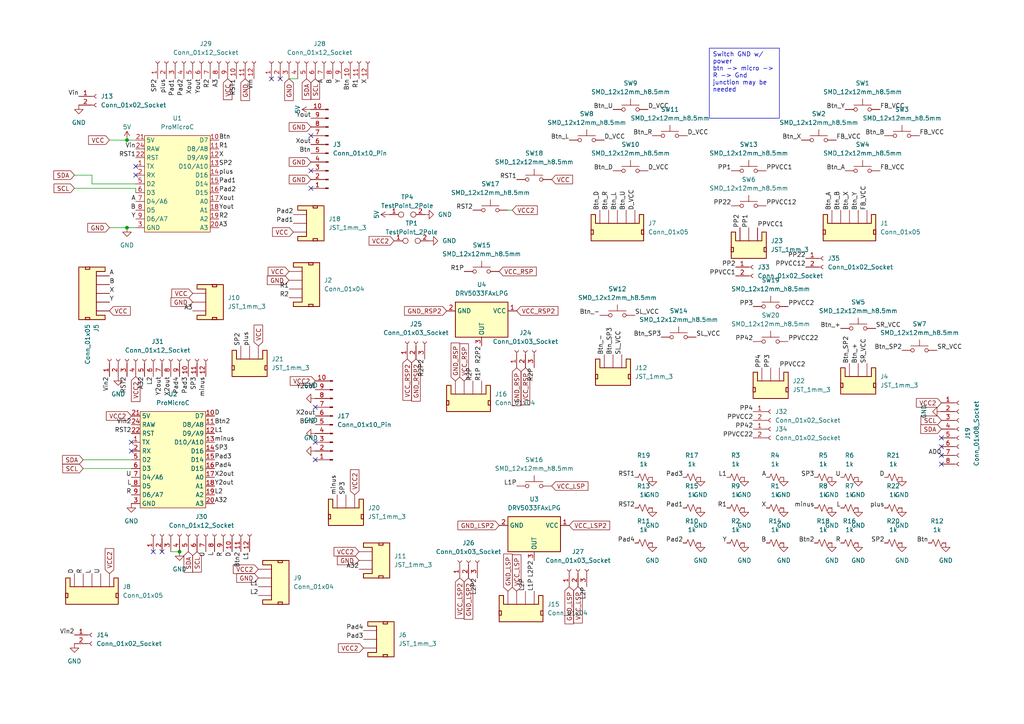
<source format=kicad_sch>
(kicad_sch (version 20250114) (generator "eeschema") (generator_version "9.0")
  (paper "A4")
  (text_box "Switch GND w/ power \nbtn -> micro -> R -> Gnd\njunction may be needed " (at 205.74 13.97 0) (size 20.32 20.32) (margins 0.9525 0.9525 0.9525 0.9525) (effects (font (size 1.27 1.27)) (justify left top)))
  (junction (at 36.83 66.04))
  (junction (at 36.83 40.64))
  (junction (at 52.07 160.02))
  (no_connect (at 273.05 134.62))
  (no_connect (at 273.05 129.54))
  (no_connect (at 91.44 133.35))
  (no_connect (at 38.1 130.81))
  (no_connect (at 90.17 49.53))
  (no_connect (at 46.99 160.02))
  (no_connect (at 78.74 22.86))
  (no_connect (at 90.17 54.61))
  (no_connect (at 90.17 39.37))
  (no_connect (at 91.44 118.11))
  (no_connect (at 39.37 50.8))
  (no_connect (at 38.1 128.27))
  (no_connect (at 44.45 160.02))
  (no_connect (at 39.37 48.26))
  (no_connect (at 81.28 22.86))
  (no_connect (at 273.05 127))
  (no_connect (at 273.05 132.08))
  (no_connect (at 91.44 128.27))
  (wire (pts (xy 21.59 54.61) (xy 39.37 54.61)))
  (wire (pts (xy 24.13 133.35) (xy 38.1 133.35)))
  (wire (pts (xy 31.75 66.04) (xy 36.83 66.04)))
  (wire (pts (xy 21.59 50.8) (xy 26.67 50.8)))
  (wire (pts (xy 36.83 40.64) (xy 39.37 40.64)))
  (wire (pts (xy 36.83 66.04) (xy 39.37 66.04)))
  (wire (pts (xy 49.53 160.02) (xy 52.07 160.02)))
  (wire (pts (xy 39.37 54.61) (xy 39.37 55.88)))
  (wire (pts (xy 24.13 135.89) (xy 38.1 135.89)))
  (wire (pts (xy 148.59 60.96) (xy 147.32 60.96)))
  (wire (pts (xy 26.67 53.34) (xy 39.37 53.34)))
  (wire (pts (xy 83.82 22.86) (xy 86.36 22.86)))
  (wire (pts (xy 26.67 50.8) (xy 26.67 53.34)))
  (wire (pts (xy 31.75 40.64) (xy 36.83 40.64)))
  (label "Btn_A" (at 245.11 49.53 180))
  (label "Pad1" (at 85.09 64.77 180))
  (label "A" (at 39.37 58.42 180))
  (label "PPVCC12" (at 233.68 77.47 180))
  (label "Btn_U" (at 181.61 60.96 90))
  (label "Y" (at 39.37 63.5 180))
  (label "PP3" (at 218.44 88.9 180))
  (label "L2P" (at 152.4 171.45 90))
  (label "PPVCC1" (at 219.71 66.04 0))
  (label "Btn_-" (at 173.99 91.44 180))
  (label "R1" (at 210.82 147.32 180))
  (label "Vin2" (at 31.75 109.22 270))
  (label "L2P2" (at 154.94 162.56 270))
  (label "SR_VCC" (at 251.46 105.41 90))
  (label "A3" (at 63.5 22.86 270))
  (label "R1" (at 83.82 83.82 180))
  (label "Btn2" (at 236.22 157.48 180))
  (label "Pad4" (at 62.23 135.89 0))
  (label "PP2" (at 214.63 66.04 90))
  (label "D_VCC" (at 175.26 40.64 0))
  (label "R2P2" (at 139.7 100.33 270))
  (label "D" (at 62.23 120.65 0))
  (label "PPVCC22" (at 228.6 99.06 0))
  (label "SR_VCC" (at 271.78 101.6 0))
  (label "R" (at 24.13 166.37 90))
  (label "Yout" (at 63.5 60.96 0))
  (label "Y2out" (at 62.23 140.97 0))
  (label "B" (at 39.37 60.96 180))
  (label "L2" (at 62.23 143.51 0))
  (label "PPVCC2" (at 226.06 106.68 0))
  (label "SL_VCC" (at 180.34 102.87 90))
  (label "Xout" (at 90.17 41.91 180))
  (label "Pad4" (at 184.15 157.48 180))
  (label "Yout" (at 90.17 34.29 180))
  (label "FB_VCC" (at 255.27 31.75 0))
  (label "R" (at 38.1 143.51 180))
  (label "FB_VCC" (at 266.7 39.37 0))
  (label "L" (at 243.84 147.32 180))
  (label "plus" (at 72.39 100.33 90))
  (label "L" (at 62.23 160.02 270))
  (label "R2P" (at 154.94 106.68 270))
  (label "X" (at 106.68 22.86 270))
  (label "Pad2" (at 53.34 22.86 270))
  (label "Vin" (at 39.37 43.18 180))
  (label "L" (at 38.1 140.97 180))
  (label "PPVCC2" (at 228.6 88.9 0))
  (label "Btn_-" (at 175.26 102.87 90))
  (label "D" (at 67.31 160.02 270))
  (label "L2P" (at 170.18 170.18 270))
  (label "R1" (at 104.14 22.86 270))
  (label "Btn2" (at 91.44 123.19 180))
  (label "SR_VCC" (at 254 95.25 0))
  (label "D_VCC" (at 187.96 49.53 0))
  (label "RST2" (at 137.16 60.96 180))
  (label "PP4" (at 220.98 106.68 90))
  (label "Btn_SP2" (at 261.62 101.6 180))
  (label "PPVCC1" (at 222.25 49.53 0))
  (label "FB_VCC" (at 242.57 40.64 0))
  (label "Btn2" (at 69.85 160.02 270))
  (label "Xout" (at 55.88 22.86 270))
  (label "Btn_L" (at 179.07 60.96 90))
  (label "A32" (at 104.14 165.1 180))
  (label "SL_VCC" (at 201.93 97.79 0))
  (label "RST1" (at 184.15 138.43 180))
  (label "Btn" (at 63.5 40.64 0))
  (label "Pad3" (at 105.41 185.42 180))
  (label "L2P2" (at 138.43 167.64 270))
  (label "SP3" (at 57.15 109.22 270))
  (label "Y2out" (at 46.99 109.22 270))
  (label "X2out" (at 91.44 120.65 180))
  (label "D_VCC" (at 199.39 39.37 0))
  (label "B" (at 31.75 82.55 0))
  (label "FB_VCC" (at 251.46 60.96 90))
  (label "Pad4" (at 105.41 182.88 180))
  (label "Y" (at 210.82 157.48 180))
  (label "Btn_U" (at 177.8 31.75 180))
  (label "RST1" (at 39.37 45.72 180))
  (label "Btn_SP3" (at 177.8 102.87 90))
  (label "R1P" (at 134.62 78.74 180))
  (label "A32" (at 41.91 109.22 270))
  (label "B" (at 96.52 22.86 270))
  (label "Btn_D" (at 173.99 60.96 90))
  (label "Pad3" (at 62.23 133.35 0))
  (label "L1" (at 72.39 160.02 270))
  (label "Btn_+" (at 248.92 105.41 90))
  (label "minus" (at 97.79 143.51 90))
  (label "L1" (at 74.93 170.18 180))
  (label "Vin2" (at 38.1 123.19 180))
  (label "SP3" (at 62.23 130.81 0))
  (label "Btn_D" (at 177.8 49.53 180))
  (label "Y" (at 99.06 22.86 270))
  (label "Y" (at 31.75 87.63 0))
  (label "PPVCC12" (at 222.25 59.69 0))
  (label "Yout" (at 58.42 22.86 270))
  (label "PP22" (at 212.09 59.69 180))
  (label "minus" (at 62.23 128.27 0))
  (label "U" (at 38.1 138.43 180))
  (label "RST2" (at 184.15 147.32 180))
  (label "SP3" (at 236.22 138.43 180))
  (label "Pad4" (at 52.07 109.22 270))
  (label "Btn" (at 90.17 44.45 180))
  (label "L2" (at 44.45 109.22 270))
  (label "A" (at 222.25 138.43 180))
  (label "R1" (at 63.5 43.18 0))
  (label "Pad3" (at 54.61 109.22 270))
  (label "plus" (at 256.54 147.32 180))
  (label "R2" (at 60.96 22.86 270))
  (label "R" (at 64.77 160.02 270))
  (label "D_VCC" (at 187.96 31.75 0))
  (label "Pad2" (at 198.12 157.48 180))
  (label "X" (at 63.5 45.72 0))
  (label "Btn2" (at 62.23 123.19 0))
  (label "Btn_SP3" (at 191.77 97.79 180))
  (label "U" (at 29.21 166.37 90))
  (label "PPVCC22" (at 218.44 127 180))
  (label "SP3" (at 100.33 143.51 90))
  (label "L1P" (at 149.86 140.97 180))
  (label "B" (at 222.25 157.48 180))
  (label "RST1" (at 149.86 52.07 180))
  (label "X" (at 31.75 85.09 0))
  (label "AD0" (at 273.05 132.08 180))
  (label "Btn_X" (at 232.41 40.64 180))
  (label "Btn_B" (at 243.84 60.96 90))
  (label "R2P2" (at 123.19 104.14 270))
  (label "Y2out" (at 91.44 113.03 180))
  (label "Btn_A" (at 241.3 60.96 90))
  (label "Pad1" (at 50.8 22.86 270))
  (label "Btn_X" (at 246.38 60.96 90))
  (label "L2" (at 74.93 172.72 180))
  (label "SP2" (at 63.5 48.26 0))
  (label "L1" (at 62.23 125.73 0))
  (label "L1P" (at 154.94 171.45 90))
  (label "PP1" (at 212.09 49.53 180))
  (label "Pad1" (at 63.5 53.34 0))
  (label "Vin2" (at 21.59 184.15 180))
  (label "PP4" (at 218.44 119.38 180))
  (label "minus" (at 236.22 147.32 180))
  (label "D_VCC" (at 184.15 60.96 90))
  (label "Btn_SP2" (at 246.38 105.41 90))
  (label "A3" (at 55.88 90.17 180))
  (label "PP42" (at 218.44 99.06 180))
  (label "Btn_Y" (at 248.92 60.96 90))
  (label "Btn" (at 101.6 22.86 270))
  (label "PPVCC1" (at 213.36 80.01 180))
  (label "Pad1" (at 198.12 147.32 180))
  (label "plus" (at 63.5 50.8 0))
  (label "A3" (at 63.5 66.04 0))
  (label "Vin" (at 73.66 22.86 270))
  (label "X2out" (at 62.23 138.43 0))
  (label "R1P" (at 139.7 110.49 90))
  (label "D" (at 256.54 138.43 180))
  (label "Btn" (at 269.24 157.48 180))
  (label "A" (at 31.75 80.01 0))
  (label "Btn_R" (at 189.23 39.37 180))
  (label "SP2" (at 69.85 100.33 90))
  (label "Btn_Y" (at 245.11 31.75 180))
  (label "U" (at 59.69 160.02 270))
  (label "SP2" (at 256.54 157.48 180))
  (label "RST2" (at 36.83 109.22 270))
  (label "RST2" (at 38.1 125.73 180))
  (label "Btn_L" (at 165.1 40.64 180))
  (label "PPVCC2" (at 218.44 121.92 180))
  (label "A32" (at 62.23 146.05 0))
  (label "R2" (at 63.5 63.5 0))
  (label "X" (at 222.25 147.32 180))
  (label "Xout" (at 63.5 58.42 0))
  (label "PP1" (at 217.17 66.04 90))
  (label "R2P" (at 137.16 110.49 90))
  (label "PP22" (at 233.68 74.93 180))
  (label "Vin" (at 22.86 27.94 180))
  (label "FB_VCC" (at 255.27 49.53 0))
  (label "L1" (at 210.82 138.43 180))
  (label "Pad2" (at 85.09 62.23 180))
  (label "minus" (at 59.69 109.22 270))
  (label "Btn_B" (at 256.54 39.37 180))
  (label "SL_VCC" (at 184.15 91.44 0))
  (label "PP3" (at 223.52 106.68 90))
  (label "U" (at 243.84 138.43 180))
  (label "PP2" (at 213.36 77.47 180))
  (label "Btn_R" (at 176.53 60.96 90))
  (label "R" (at 243.84 157.48 180))
  (label "R2" (at 83.82 86.36 180))
  (label "Pad2" (at 63.5 55.88 0))
  (label "A" (at 93.98 22.86 270))
  (label "D" (at 21.59 166.37 90))
  (label "Pad3" (at 198.12 138.43 180))
  (label "RST1" (at 68.58 22.86 270))
  (label "X2out" (at 49.53 109.22 270))
  (label "Btn_+" (at 243.84 95.25 180))
  (label "SP2" (at 45.72 22.86 270))
  (label "PP42" (at 218.44 124.46 180))
  (label "L" (at 26.67 166.37 90))
  (label "plus" (at 48.26 22.86 270))
  (global_label "VCC_LSP" (shape input) (at 149.86 171.45 90) (property "Intersheetrefs" "${INTERSHEET_REFS}" (effects (hide yes))))
  (global_label "VCC2" (shape input) (at 114.3 69.85 180) (property "Intersheetrefs" "${INTERSHEET_REFS}" (effects (hide yes))))
  (global_label "VCC_LSP" (shape input) (at 160.02 140.97 0) (property "Intersheetrefs" "${INTERSHEET_REFS}" (effects (hide yes))))
  (global_label "GND" (shape input) (at 74.93 167.64 180) (property "Intersheetrefs" "${INTERSHEET_REFS}" (effects (hide yes))))
  (global_label "SDA" (shape input) (at 24.13 133.35 180) (property "Intersheetrefs" "${INTERSHEET_REFS}" (effects (hide yes))))
  (global_label "GND" (shape input) (at 83.82 22.86 270) (property "Intersheetrefs" "${INTERSHEET_REFS}" (effects (hide yes))))
  (global_label "VCC_RSP2" (shape input) (at 118.11 104.14 270) (property "Intersheetrefs" "${INTERSHEET_REFS}" (effects (hide yes))))
  (global_label "SDA" (shape input) (at 54.61 160.02 270) (property "Intersheetrefs" "${INTERSHEET_REFS}" (effects (hide yes))))
  (global_label "GND_LSP2" (shape input) (at 135.89 167.64 270) (property "Intersheetrefs" "${INTERSHEET_REFS}" (effects (hide yes))))
  (global_label "SDA" (shape input) (at 273.05 124.46 180) (property "Intersheetrefs" "${INTERSHEET_REFS}" (effects (hide yes))))
  (global_label "SCL" (shape input) (at 273.05 121.92 180) (property "Intersheetrefs" "${INTERSHEET_REFS}" (effects (hide yes))))
  (global_label "GND_RSP" (shape input) (at 149.86 106.68 270) (property "Intersheetrefs" "${INTERSHEET_REFS}" (effects (hide yes))))
  (global_label "GND_RSP2" (shape input) (at 120.65 104.14 270) (property "Intersheetrefs" "${INTERSHEET_REFS}" (effects (hide yes))))
  (global_label "GND_RSP2" (shape input) (at 129.54 90.17 180) (property "Intersheetrefs" "${INTERSHEET_REFS}" (effects (hide yes))))
  (global_label "GND_RSP" (shape input) (at 132.08 110.49 90) (property "Intersheetrefs" "${INTERSHEET_REFS}" (effects (hide yes))))
  (global_label "VCC2" (shape input) (at 102.87 143.51 90) (property "Intersheetrefs" "${INTERSHEET_REFS}" (effects (hide yes))))
  (global_label "GND_LSP" (shape input) (at 147.32 171.45 90) (property "Intersheetrefs" "${INTERSHEET_REFS}" (effects (hide yes))))
  (global_label "VCC2" (shape input) (at 104.14 160.02 180) (property "Intersheetrefs" "${INTERSHEET_REFS}" (effects (hide yes))))
  (global_label "VCC" (shape input) (at 66.04 22.86 270) (property "Intersheetrefs" "${INTERSHEET_REFS}" (effects (hide yes))))
  (global_label "VCC2" (shape input) (at 31.75 166.37 90) (property "Intersheetrefs" "${INTERSHEET_REFS}" (effects (hide yes))))
  (global_label "GND" (shape input) (at 31.75 66.04 180) (property "Intersheetrefs" "${INTERSHEET_REFS}" (effects (hide yes))))
  (global_label "VCC" (shape input) (at 31.75 90.17 0) (property "Intersheetrefs" "${INTERSHEET_REFS}" (effects (hide yes))))
  (global_label "GND_LSP2" (shape input) (at 144.78 152.4 180) (property "Intersheetrefs" "${INTERSHEET_REFS}" (effects (hide yes))))
  (global_label "VCC" (shape input) (at 160.02 52.07 0) (property "Intersheetrefs" "${INTERSHEET_REFS}" (effects (hide yes))))
  (global_label "VCC2" (shape input) (at 74.93 165.1 180) (property "Intersheetrefs" "${INTERSHEET_REFS}" (effects (hide yes))))
  (global_label "VCC2" (shape input) (at 105.41 187.96 180) (property "Intersheetrefs" "${INTERSHEET_REFS}" (effects (hide yes))))
  (global_label "VCC_RSP" (shape input) (at 152.4 106.68 270) (property "Intersheetrefs" "${INTERSHEET_REFS}" (effects (hide yes))))
  (global_label "SCL" (shape input) (at 57.15 160.02 270) (property "Intersheetrefs" "${INTERSHEET_REFS}" (effects (hide yes))))
  (global_label "VCC" (shape input) (at 31.75 40.64 180) (property "Intersheetrefs" "${INTERSHEET_REFS}" (effects (hide yes))))
  (global_label "SCL" (shape input) (at 21.59 54.61 180) (property "Intersheetrefs" "${INTERSHEET_REFS}" (effects (hide yes))))
  (global_label "GND" (shape input) (at 83.82 81.28 180) (property "Intersheetrefs" "${INTERSHEET_REFS}" (effects (hide yes))))
  (global_label "VCC_LSP" (shape input) (at 167.64 170.18 270) (property "Intersheetrefs" "${INTERSHEET_REFS}" (effects (hide yes))))
  (global_label "GND" (shape input) (at 90.17 36.83 180) (property "Intersheetrefs" "${INTERSHEET_REFS}" (effects (hide yes))))
  (global_label "VCC_RSP" (shape input) (at 134.62 110.49 90) (property "Intersheetrefs" "${INTERSHEET_REFS}" (effects (hide yes))))
  (global_label "VCC_LSP2" (shape input) (at 165.1 152.4 0) (property "Intersheetrefs" "${INTERSHEET_REFS}" (effects (hide yes))))
  (global_label "GND_LSP" (shape input) (at 165.1 170.18 270) (property "Intersheetrefs" "${INTERSHEET_REFS}" (effects (hide yes))))
  (global_label "GND" (shape input) (at 90.17 46.99 180) (property "Intersheetrefs" "${INTERSHEET_REFS}" (effects (hide yes))))
  (global_label "VCC2" (shape input) (at 39.37 109.22 270) (property "Intersheetrefs" "${INTERSHEET_REFS}" (effects (hide yes))))
  (global_label "GND" (shape input) (at 71.12 22.86 270) (property "Intersheetrefs" "${INTERSHEET_REFS}" (effects (hide yes))))
  (global_label "VCC_RSP" (shape input) (at 144.78 78.74 0) (property "Intersheetrefs" "${INTERSHEET_REFS}" (effects (hide yes))))
  (global_label "SCL" (shape input) (at 91.44 22.86 270) (property "Intersheetrefs" "${INTERSHEET_REFS}" (effects (hide yes))))
  (global_label "VCC2" (shape input) (at 148.59 60.96 0) (property "Intersheetrefs" "${INTERSHEET_REFS}" (effects (hide yes))))
  (global_label "VCC" (shape input) (at 83.82 78.74 180) (property "Intersheetrefs" "${INTERSHEET_REFS}" (effects (hide yes))))
  (global_label "GND" (shape input) (at 55.88 87.63 180) (property "Intersheetrefs" "${INTERSHEET_REFS}" (effects (hide yes))))
  (global_label "VCC_RSP2" (shape input) (at 149.86 90.17 0) (property "Intersheetrefs" "${INTERSHEET_REFS}" (effects (hide yes))))
  (global_label "VCC2" (shape input) (at 273.05 116.84 180) (property "Intersheetrefs" "${INTERSHEET_REFS}" (effects (hide yes))))
  (global_label "VCC" (shape input) (at 74.93 100.33 90) (property "Intersheetrefs" "${INTERSHEET_REFS}" (effects (hide yes))))
  (global_label "VCC2" (shape input) (at 91.44 110.49 180) (property "Intersheetrefs" "${INTERSHEET_REFS}" (effects (hide yes))))
  (global_label "GND" (shape input) (at 90.17 52.07 180) (property "Intersheetrefs" "${INTERSHEET_REFS}" (effects (hide yes))))
  (global_label "SCL" (shape input) (at 24.13 135.89 180) (property "Intersheetrefs" "${INTERSHEET_REFS}" (effects (hide yes))))
  (global_label "VCC" (shape input) (at 85.09 67.31 180) (property "Intersheetrefs" "${INTERSHEET_REFS}" (effects (hide yes))))
  (global_label "VCC" (shape input) (at 55.88 85.09 180) (property "Intersheetrefs" "${INTERSHEET_REFS}" (effects (hide yes))))
  (global_label "VCC_LSP2" (shape input) (at 133.35 167.64 270) (property "Intersheetrefs" "${INTERSHEET_REFS}" (effects (hide yes))))
  (global_label "GND" (shape input) (at 104.14 162.56 180) (property "Intersheetrefs" "${INTERSHEET_REFS}" (effects (hide yes))))
  (global_label "SDA" (shape input) (at 21.59 50.8 180) (property "Intersheetrefs" "${INTERSHEET_REFS}" (effects (hide yes))))
  (global_label "SDA" (shape input) (at 88.9 22.86 270) (property "Intersheetrefs" "${INTERSHEET_REFS}" (effects (hide yes))))
  (global_label "VCC2" (shape input) (at 38.1 120.65 180) (property "Intersheetrefs" "${INTERSHEET_REFS}" (effects (hide yes))))
  (symbol (lib_id "PCM_SparkFun-Switch:SPST_Push_SMD_12x12mm_h8.5mm") (at 154.94 52.07 0) (unit 1)
    (property "Reference" "SW18" (at 154.94 44.45 0))
    (property "Value" "SMD_12x12mm_h8.5mm" (at 154.94 46.99 0))
    (property "Footprint" "Button_Switch_SMD:SW_Tactile_SPST_NO_Straight_CK_PTS636Sx25SMTRLFS" (effects (hide yes)))
    (property "Datasheet" "https://cdn.sparkfun.com/datasheets/Components/Switches/N301102.pdf" (effects (hide yes)))
    (property "Description" "Single Pole Single Throw (SPST) switch" (effects (hide yes)))
    (property "PROD_ID" "SWCH-11967" (effects (hide yes)))
    (property "Mfg Part#" "EG4904TR-ND" (effects (hide yes)))
  )
  (symbol (lib_id "Connector:TestPoint_2Pole") (at 119.38 69.85 0) (unit 1)
    (property "Reference" "TP1" (at 119.38 64.77 0))
    (property "Value" "TestPoint_2Pole" (at 119.38 67.31 0))
    (property "Footprint" "TestPoint:TestPoint_Bridge_Pitch2.0mm_Drill0.7mm" (effects (hide yes)))
    (property "Description" "2-polar test point" (effects (hide yes)))
  )
  (symbol (lib_id "power:GND") (at 36.83 66.04 0) (unit 1)
    (property "Reference" "#PWR01" (effects (hide yes)))
    (property "Value" "GND" (at 36.83 71.12 0))
    (property "Description" "Power symbol creates a global label with name \"GND\" , ground" (effects (hide yes)))
  )
  (symbol (lib_id "PCM_SparkFun-Resistor:1k_0402") (at 186.69 157.48 0) (unit 1)
    (property "Reference" "R11" (at 186.69 151.13 0))
    (property "Value" "1k" (at 186.69 153.67 0))
    (property "Footprint" "PCM_SparkFun-Resistor:R_0402_1005Metric" (effects (hide yes)))
    (property "Datasheet" "https://www.vishay.com/docs/20035/dcrcwe3.pdf" (effects (hide yes)))
    (property "Description" "Resistor" (effects (hide yes)))
    (property "PROD_ID" "RES-14342" (effects (hide yes)))
  )
  (symbol (lib_id "power:GND") (at 34.29 109.22 0) (unit 1)
    (property "Reference" "#PWR010" (effects (hide yes)))
    (property "Value" "GND" (at 34.29 114.3 0))
    (property "Description" "Power symbol creates a global label with name \"GND\" , ground" (effects (hide yes)))
  )
  (symbol (lib_id "PCM_SparkFun-Switch:SPST_Push_SMD_12x12mm_h8.5mm") (at 142.24 60.96 0) (unit 1)
    (property "Reference" "SW17" (at 142.24 53.34 0))
    (property "Value" "SMD_12x12mm_h8.5mm" (at 142.24 55.88 0))
    (property "Footprint" "Button_Switch_SMD:SW_Tactile_SPST_NO_Straight_CK_PTS636Sx25SMTRLFS" (effects (hide yes)))
    (property "Datasheet" "https://cdn.sparkfun.com/datasheets/Components/Switches/N301102.pdf" (effects (hide yes)))
    (property "Description" "Single Pole Single Throw (SPST) switch" (effects (hide yes)))
    (property "PROD_ID" "SWCH-11967" (effects (hide yes)))
    (property "Mfg Part#" "EG4904TR-ND" (effects (hide yes)))
  )
  (symbol (lib_id "PCM_SparkFun-Connector:Conn_01x04_JST_P2.0mm_Horizontal_SMD") (at 88.9 81.28 0) (unit 1)
    (property "Reference" "J2" (at 93.98 81.2799 0) (effects (justify left)))
    (property "Value" "Conn_01x04" (at 93.98 83.8199 0) (effects (justify left)))
    (property "Footprint" "Connector_JST:JST_GH_BM04B-GHS-TBT_1x04-1MP_P1.25mm_Vertical" (effects (hide yes)))
    (property "Datasheet" "https://www.sparkfun.com/datasheets/Prototyping/ePH.pdf" (effects (hide yes)))
    (property "Description" "Single row 4 pin connector" (effects (hide yes)))
    (property "SparkFun" "PRT-09916" (effects (hide yes)))
  )
  (symbol (lib_id "PCM_SparkFun-Resistor:1k_0402") (at 200.66 138.43 0) (unit 1)
    (property "Reference" "R17" (at 200.66 132.08 0))
    (property "Value" "1k" (at 200.66 134.62 0))
    (property "Footprint" "PCM_SparkFun-Resistor:R_0402_1005Metric" (effects (hide yes)))
    (property "Datasheet" "https://www.vishay.com/docs/20035/dcrcwe3.pdf" (effects (hide yes)))
    (property "Description" "Resistor" (effects (hide yes)))
    (property "PROD_ID" "RES-14342" (effects (hide yes)))
  )
  (symbol (lib_id "power:GND") (at 203.2 147.32 0) (unit 1)
    (property "Reference" "#PWR046" (effects (hide yes)))
    (property "Value" "GND" (at 203.2 152.4 0))
    (property "Description" "Power symbol creates a global label with name \"GND\" , ground" (effects (hide yes)))
  )
  (symbol (lib_id "Connector:Conn_01x12_Socket") (at 91.44 17.78 90) (unit 1)
    (property "Reference" "J28" (at 92.71 12.7 90))
    (property "Value" "Conn_01x12_Socket" (at 92.71 15.24 90))
    (property "Footprint" "Connector_PinSocket_2.54mm:PinSocket_1x12_P2.54mm_Vertical" (effects (hide yes)))
    (property "Description" "Generic connector, single row, 01x12, script generated" (effects (hide yes)))
  )
  (symbol (lib_id "power:GND") (at 203.2 138.43 0) (unit 1)
    (property "Reference" "#PWR041" (effects (hide yes)))
    (property "Value" "GND" (at 203.2 143.51 0))
    (property "Description" "Power symbol creates a global label with name \"GND\" , ground" (effects (hide yes)))
  )
  (symbol (lib_id "PCM_SparkFun-Switch:SPST_Push_SMD_12x12mm_h8.5mm") (at 217.17 49.53 0) (unit 1)
    (property "Reference" "SW13" (at 217.17 41.91 0))
    (property "Value" "SMD_12x12mm_h8.5mm" (at 217.17 44.45 0))
    (property "Footprint" "Button_Switch_SMD:SW_Tactile_SPST_NO_Straight_CK_PTS636Sx25SMTRLFS" (effects (hide yes)))
    (property "Datasheet" "https://cdn.sparkfun.com/datasheets/Components/Switches/N301102.pdf" (effects (hide yes)))
    (property "Description" "Single Pole Single Throw (SPST) switch" (effects (hide yes)))
    (property "PROD_ID" "SWCH-11967" (effects (hide yes)))
    (property "Mfg Part#" "EG4904TR-ND" (effects (hide yes)))
  )
  (symbol (lib_id "PCM_SparkFun-Resistor:1k_0402") (at 224.79 147.32 0) (unit 1)
    (property "Reference" "R1" (at 224.79 140.97 0))
    (property "Value" "1k" (at 224.79 143.51 0))
    (property "Footprint" "PCM_SparkFun-Resistor:R_0402_1005Metric" (effects (hide yes)))
    (property "Datasheet" "https://www.vishay.com/docs/20035/dcrcwe3.pdf" (effects (hide yes)))
    (property "Description" "Resistor" (effects (hide yes)))
    (property "PROD_ID" "RES-14342" (effects (hide yes)))
  )
  (symbol (lib_id "Connector:Conn_01x12_Socket") (at 57.15 154.94 90) (unit 1)
    (property "Reference" "J30" (at 58.42 149.86 90))
    (property "Value" "Conn_01x12_Socket" (at 58.42 152.4 90))
    (property "Footprint" "Connector_PinSocket_2.54mm:PinSocket_1x12_P2.54mm_Vertical" (effects (hide yes)))
    (property "Description" "Generic connector, single row, 01x12, script generated" (effects (hide yes)))
  )
  (symbol (lib_id "power:GND") (at 124.46 69.85 90) (unit 1)
    (property "Reference" "#PWR07" (effects (hide yes)))
    (property "Value" "GND" (at 128.27 69.8499 90) (effects (justify right)))
    (property "Description" "Power symbol creates a global label with name \"GND\" , ground" (effects (hide yes)))
  )
  (symbol (lib_id "Sensor_Magnetic:DRV5033FAxLPG") (at 139.7 92.71 270) (unit 1)
    (property "Reference" "U4" (at 139.7 82.55 90))
    (property "Value" "DRV5033FAxLPG" (at 139.7 85.09 90))
    (property "Footprint" "Package_TO_SOT_THT:TO-92_Inline" (effects (hide yes)))
    (property "Datasheet" "https://www.ti.com/lit/ds/symlink/drv5033.pdf" (effects (hide yes)))
    (property "Description" "±3.5 / ±2 mT, 20-kHz, 2-38V, TO-92" (effects (hide yes)))
  )
  (symbol (lib_id "PCM_SparkFun-Resistor:1k_0402") (at 186.69 147.32 0) (unit 1)
    (property "Reference" "R13" (at 186.69 140.97 0))
    (property "Value" "1k" (at 186.69 143.51 0))
    (property "Footprint" "PCM_SparkFun-Resistor:R_0402_1005Metric" (effects (hide yes)))
    (property "Datasheet" "https://www.vishay.com/docs/20035/dcrcwe3.pdf" (effects (hide yes)))
    (property "Description" "Resistor" (effects (hide yes)))
    (property "PROD_ID" "RES-14342" (effects (hide yes)))
  )
  (symbol (lib_id "Connector:Conn_01x02_Socket") (at 223.52 119.38 0) (unit 1)
    (property "Reference" "J32" (at 224.79 119.3799 0) (effects (justify left)))
    (property "Value" "Conn_01x02_Socket" (at 224.79 121.9199 0) (effects (justify left)))
    (property "Footprint" "Connector_PinSocket_2.54mm:PinSocket_1x02_P2.54mm_Vertical" (effects (hide yes)))
    (property "Description" "Generic connector, single row, 01x02, script generated" (effects (hide yes)))
  )
  (symbol (lib_id "power:GND") (at 215.9 138.43 0) (unit 1)
    (property "Reference" "#PWR040" (effects (hide yes)))
    (property "Value" "GND" (at 215.9 143.51 0))
    (property "Description" "Power symbol creates a global label with name \"GND\" , ground" (effects (hide yes)))
  )
  (symbol (lib_id "PCM_SparkFun-Resistor:1k_0402") (at 246.38 157.48 0) (unit 1)
    (property "Reference" "R16" (at 246.38 151.13 0))
    (property "Value" "1k" (at 246.38 153.67 0))
    (property "Footprint" "PCM_SparkFun-Resistor:R_0402_1005Metric" (effects (hide yes)))
    (property "Datasheet" "https://www.vishay.com/docs/20035/dcrcwe3.pdf" (effects (hide yes)))
    (property "Description" "Resistor" (effects (hide yes)))
    (property "PROD_ID" "RES-14342" (effects (hide yes)))
  )
  (symbol (lib_id "PCM_SparkFun-Switch:SPST_Push_SMD_12x12mm_h8.5mm") (at 250.19 49.53 0) (unit 1)
    (property "Reference" "SW4" (at 250.19 41.91 0))
    (property "Value" "SMD_12x12mm_h8.5mm" (at 250.19 44.45 0))
    (property "Footprint" "Button_Switch_SMD:SW_Tactile_SPST_NO_Straight_CK_PTS636Sx25SMTRLFS" (effects (hide yes)))
    (property "Datasheet" "https://cdn.sparkfun.com/datasheets/Components/Switches/N301102.pdf" (effects (hide yes)))
    (property "Description" "Single Pole Single Throw (SPST) switch" (effects (hide yes)))
    (property "PROD_ID" "SWCH-11967" (effects (hide yes)))
    (property "Mfg Part#" "EG4904TR-ND" (effects (hide yes)))
  )
  (symbol (lib_id "PCM_SparkFun-Resistor:1k_0402") (at 224.79 138.43 0) (unit 1)
    (property "Reference" "R4" (at 224.79 132.08 0))
    (property "Value" "1k" (at 224.79 134.62 0))
    (property "Footprint" "PCM_SparkFun-Resistor:R_0402_1005Metric" (effects (hide yes)))
    (property "Datasheet" "https://www.vishay.com/docs/20035/dcrcwe3.pdf" (effects (hide yes)))
    (property "Description" "Resistor" (effects (hide yes)))
    (property "PROD_ID" "RES-14342" (effects (hide yes)))
  )
  (symbol (lib_id "PCM_SparkFun-Resistor:1k_0402") (at 246.38 138.43 0) (unit 1)
    (property "Reference" "R6" (at 246.38 132.08 0))
    (property "Value" "1k" (at 246.38 134.62 0))
    (property "Footprint" "PCM_SparkFun-Resistor:R_0402_1005Metric" (effects (hide yes)))
    (property "Datasheet" "https://www.vishay.com/docs/20035/dcrcwe3.pdf" (effects (hide yes)))
    (property "Description" "Resistor" (effects (hide yes)))
    (property "PROD_ID" "RES-14342" (effects (hide yes)))
  )
  (symbol (lib_id "PCM_SparkFun-Connector:Conn_01x03_JST_P1.0mm_Horizontal_SMD") (at 223.52 111.76 270) (unit 1)
    (property "Reference" "J22" (at 229.87 110.4899 90) (effects (justify left)))
    (property "Value" "JST_1mm_3" (at 229.87 113.0299 90) (effects (justify left)))
    (property "Footprint" "Connector_JST:JST_GH_BM03B-GHS-TBT_1x03-1MP_P1.25mm_Vertical" (effects (hide yes)))
    (property "Datasheet" "https://www.jst-mfg.com/product/pdf/eng/eSH.pdf" (effects (hide yes)))
    (property "Description" "3 Pin 2mm JST Connector" (effects (hide yes)))
    (property "PROD_ID" "CONN-10492" (effects (hide yes)))
  )
  (symbol (lib_id "PCM_SparkFun-Board:ProMicroC") (at 40.64 118.11 0) (unit 1)
    (property "Reference" "U2" (at 50.165 114.3 0))
    (property "Value" "ProMicroC" (at 50.165 116.84 0))
    (property "Footprint" "PCM_SparkFun-Board:ProMicroC" (effects (hide yes)))
    (property "Datasheet" "https://www.sparkfun.com/products/15795" (effects (hide yes)))
  )
  (symbol (lib_id "Connector:Conn_01x02_Socket") (at 27.94 27.94 0) (unit 1)
    (property "Reference" "J13" (at 29.21 27.9399 0) (effects (justify left)))
    (property "Value" "Conn_01x02_Socket" (at 29.21 30.4799 0) (effects (justify left)))
    (property "Footprint" "Connector_PinSocket_1.00mm:PinSocket_1x02_P1.00mm_Vertical" (effects (hide yes)))
    (property "Description" "Generic connector, single row, 01x02, script generated" (effects (hide yes)))
  )
  (symbol (lib_id "power:GND") (at 189.23 138.43 0) (unit 1)
    (property "Reference" "#PWR042" (effects (hide yes)))
    (property "Value" "GND" (at 189.23 143.51 0))
    (property "Description" "Power symbol creates a global label with name \"GND\" , ground" (effects (hide yes)))
  )
  (symbol (lib_id "PCM_SparkFun-Switch:SPST_Push_SMD_12x12mm_h8.5mm") (at 196.85 97.79 0) (unit 1)
    (property "Reference" "SW14" (at 196.85 90.17 0))
    (property "Value" "SMD_12x12mm_h8.5mm" (at 196.85 92.71 0))
    (property "Footprint" "Button_Switch_SMD:SW_Tactile_SPST_NO_Straight_CK_PTS636Sx25SMTRLFS" (effects (hide yes)))
    (property "Datasheet" "https://cdn.sparkfun.com/datasheets/Components/Switches/N301102.pdf" (effects (hide yes)))
    (property "Description" "Single Pole Single Throw (SPST) switch" (effects (hide yes)))
    (property "PROD_ID" "SWCH-11967" (effects (hide yes)))
    (property "Mfg Part#" "EG4904TR-ND" (effects (hide yes)))
  )
  (symbol (lib_id "power:GND") (at 123.19 62.23 90) (unit 1)
    (property "Reference" "#PWR08" (effects (hide yes)))
    (property "Value" "GND" (at 127 62.2299 90) (effects (justify right)))
    (property "Description" "Power symbol creates a global label with name \"GND\" , ground" (effects (hide yes)))
  )
  (symbol (lib_id "PCM_SparkFun-Resistor:1k_0402") (at 213.36 157.48 0) (unit 1)
    (property "Reference" "R2" (at 213.36 151.13 0))
    (property "Value" "1k" (at 213.36 153.67 0))
    (property "Footprint" "PCM_SparkFun-Resistor:R_0402_1005Metric" (effects (hide yes)))
    (property "Datasheet" "https://www.vishay.com/docs/20035/dcrcwe3.pdf" (effects (hide yes)))
    (property "Description" "Resistor" (effects (hide yes)))
    (property "PROD_ID" "RES-14342" (effects (hide yes)))
  )
  (symbol (lib_id "PCM_SparkFun-Resistor:1k_0402") (at 238.76 138.43 0) (unit 1)
    (property "Reference" "R5" (at 238.76 132.08 0))
    (property "Value" "1k" (at 238.76 134.62 0))
    (property "Footprint" "PCM_SparkFun-Resistor:R_0402_1005Metric" (effects (hide yes)))
    (property "Datasheet" "https://www.vishay.com/docs/20035/dcrcwe3.pdf" (effects (hide yes)))
    (property "Description" "Resistor" (effects (hide yes)))
    (property "PROD_ID" "RES-14342" (effects (hide yes)))
  )
  (symbol (lib_id "PCM_SparkFun-Switch:SPST_Push_SMD_12x12mm_h8.5mm") (at 266.7 101.6 0) (unit 1)
    (property "Reference" "SW7" (at 266.7 93.98 0))
    (property "Value" "SMD_12x12mm_h8.5mm" (at 266.7 96.52 0))
    (property "Footprint" "Button_Switch_SMD:SW_Tactile_SPST_NO_Straight_CK_PTS636Sx25SMTRLFS" (effects (hide yes)))
    (property "Datasheet" "https://cdn.sparkfun.com/datasheets/Components/Switches/N301102.pdf" (effects (hide yes)))
    (property "Description" "Single Pole Single Throw (SPST) switch" (effects (hide yes)))
    (property "PROD_ID" "SWCH-11967" (effects (hide yes)))
    (property "Mfg Part#" "EG4904TR-ND" (effects (hide yes)))
  )
  (symbol (lib_id "PCM_SparkFun-Resistor:1k_0402") (at 213.36 147.32 0) (unit 1)
    (property "Reference" "R9" (at 213.36 140.97 0))
    (property "Value" "1k" (at 213.36 143.51 0))
    (property "Footprint" "PCM_SparkFun-Resistor:R_0402_1005Metric" (effects (hide yes)))
    (property "Datasheet" "https://www.vishay.com/docs/20035/dcrcwe3.pdf" (effects (hide yes)))
    (property "Description" "Resistor" (effects (hide yes)))
    (property "PROD_ID" "RES-14342" (effects (hide yes)))
  )
  (symbol (lib_id "power:GND") (at 227.33 157.48 0) (unit 1)
    (property "Reference" "#PWR050" (effects (hide yes)))
    (property "Value" "GND" (at 227.33 162.56 0))
    (property "Description" "Power symbol creates a global label with name \"GND\" , ground" (effects (hide yes)))
  )
  (symbol (lib_id "PCM_SparkFun-Resistor:1k_0402") (at 224.79 157.48 0) (unit 1)
    (property "Reference" "R14" (at 224.79 151.13 0))
    (property "Value" "1k" (at 224.79 153.67 0))
    (property "Footprint" "PCM_SparkFun-Resistor:R_0402_1005Metric" (effects (hide yes)))
    (property "Datasheet" "https://www.vishay.com/docs/20035/dcrcwe3.pdf" (effects (hide yes)))
    (property "Description" "Resistor" (effects (hide yes)))
    (property "PROD_ID" "RES-14342" (effects (hide yes)))
  )
  (symbol (lib_id "Connector:Conn_01x08_Socket") (at 278.13 124.46 0) (unit 1)
    (property "Reference" "J19" (at 280.67 125.73 90))
    (property "Value" "Conn_01x08_Socket" (at 283.21 125.73 90))
    (property "Footprint" "Connector_PinSocket_2.54mm:PinSocket_1x08_P2.54mm_Vertical" (effects (hide yes)))
    (property "Description" "Generic connector, single row, 01x08, script generated" (effects (hide yes)))
  )
  (symbol (lib_id "PCM_SparkFun-Resistor:1k_0402") (at 213.36 138.43 0) (unit 1)
    (property "Reference" "R3" (at 213.36 132.08 0))
    (property "Value" "1k" (at 213.36 134.62 0))
    (property "Footprint" "PCM_SparkFun-Resistor:R_0402_1005Metric" (effects (hide yes)))
    (property "Datasheet" "https://www.vishay.com/docs/20035/dcrcwe3.pdf" (effects (hide yes)))
    (property "Description" "Resistor" (effects (hide yes)))
    (property "PROD_ID" "RES-14342" (effects (hide yes)))
  )
  (symbol (lib_id "PCM_SparkFun-Resistor:1k_0402") (at 238.76 147.32 0) (unit 1)
    (property "Reference" "R8" (at 238.76 140.97 0))
    (property "Value" "1k" (at 238.76 143.51 0))
    (property "Footprint" "PCM_SparkFun-Resistor:R_0402_1005Metric" (effects (hide yes)))
    (property "Datasheet" "https://www.vishay.com/docs/20035/dcrcwe3.pdf" (effects (hide yes)))
    (property "Description" "Resistor" (effects (hide yes)))
    (property "PROD_ID" "RES-14342" (effects (hide yes)))
  )
  (symbol (lib_id "Connector:Conn_01x03_Socket") (at 135.89 162.56 90) (unit 1)
    (property "Reference" "J26" (at 135.89 157.48 90))
    (property "Value" "Conn_01x03_Socket" (at 135.89 160.02 90))
    (property "Footprint" "Connector_PinSocket_2.54mm:PinSocket_1x03_P2.54mm_Vertical" (effects (hide yes)))
    (property "Description" "Generic connector, single row, 01x03, script generated" (effects (hide yes)))
  )
  (symbol (lib_id "Sensor_Magnetic:DRV5033FAxLPG") (at 154.94 154.94 270) (unit 1)
    (property "Reference" "U3" (at 154.94 144.78 90))
    (property "Value" "DRV5033FAxLPG" (at 154.94 147.32 90))
    (property "Footprint" "Package_TO_SOT_THT:TO-92_Inline" (effects (hide yes)))
    (property "Datasheet" "https://www.ti.com/lit/ds/symlink/drv5033.pdf" (effects (hide yes)))
    (property "Description" "±3.5 / ±2 mT, 20-kHz, 2-38V, TO-92" (effects (hide yes)))
  )
  (symbol (lib_id "PCM_SparkFun-PowerSymbol:5V") (at 90.17 31.75 90) (unit 1)
    (property "Reference" "#PWR03" (effects (hide yes)))
    (property "Value" "5V" (at 86.36 31.75 0))
    (property "Description" "Power symbol creates a global label with name \"5V\"" (effects (hide yes)))
  )
  (symbol (lib_id "PCM_SparkFun-Connector:Conn_01x04_JST_P2.0mm_Horizontal_SMD") (at 80.01 167.64 0) (unit 1)
    (property "Reference" "J9" (at 85.09 167.6399 0) (effects (justify left)))
    (property "Value" "Conn_01x04" (at 85.09 170.1799 0) (effects (justify left)))
    (property "Footprint" "Connector_JST:JST_GH_BM04B-GHS-TBT_1x04-1MP_P1.25mm_Vertical" (effects (hide yes)))
    (property "Datasheet" "https://www.sparkfun.com/datasheets/Prototyping/ePH.pdf" (effects (hide yes)))
    (property "Description" "Single row 4 pin connector" (effects (hide yes)))
    (property "SparkFun" "PRT-09916" (effects (hide yes)))
  )
  (symbol (lib_id "PCM_SparkFun-Connector:Conn_01x03_JST_P1.0mm_Horizontal_SMD") (at 109.22 162.56 0) (unit 1)
    (property "Reference" "J11" (at 114.3 161.2899 0) (effects (justify left)))
    (property "Value" "JST_1mm_3" (at 114.3 163.8299 0) (effects (justify left)))
    (property "Footprint" "Connector_JST:JST_GH_BM03B-GHS-TBT_1x03-1MP_P1.25mm_Vertical" (effects (hide yes)))
    (property "Datasheet" "https://www.jst-mfg.com/product/pdf/eng/eSH.pdf" (effects (hide yes)))
    (property "Description" "3 Pin 2mm JST Connector" (effects (hide yes)))
    (property "PROD_ID" "CONN-10492" (effects (hide yes)))
  )
  (symbol (lib_id "power:GND") (at 21.59 186.69 0) (unit 1)
    (property "Reference" "#PWR036" (effects (hide yes)))
    (property "Value" "GND" (at 21.59 191.77 0))
    (property "Description" "Power symbol creates a global label with name \"GND\" , ground" (effects (hide yes)))
  )
  (symbol (lib_id "power:GND") (at 248.92 147.32 0) (unit 1)
    (property "Reference" "#PWR053" (effects (hide yes)))
    (property "Value" "GND" (at 248.92 152.4 0))
    (property "Description" "Power symbol creates a global label with name \"GND\" , ground" (effects (hide yes)))
  )
  (symbol (lib_id "PCM_SparkFun-Connector:Conn_01x05_JST_P1.0mm_Horizontal_SMD") (at 26.67 85.09 180) (unit 1)
    (property "Reference" "J5" (at 27.9401 93.98 90) (effects (justify left)))
    (property "Value" "Conn_01x05" (at 25.4001 93.98 90) (effects (justify left)))
    (property "Footprint" "Connector_JST:JST_GH_BM05B-GHS-TBT_1x05-1MP_P1.25mm_Vertical" (effects (hide yes)))
    (property "Datasheet" "https://www.jst-mfg.com/product/pdf/eng/eSH.pdf" (effects (hide yes)))
    (property "Description" "Right angle SMD polarized connector" (effects (hide yes)))
    (property "PROD_ID" "CONN-20121" (effects (hide yes)))
  )
  (symbol (lib_id "power:GND") (at 241.3 138.43 0) (unit 1)
    (property "Reference" "#PWR038" (effects (hide yes)))
    (property "Value" "GND" (at 241.3 143.51 0))
    (property "Description" "Power symbol creates a global label with name \"GND\" , ground" (effects (hide yes)))
  )
  (symbol (lib_id "power:GND") (at 241.3 147.32 0) (unit 1)
    (property "Reference" "#PWR051" (effects (hide yes)))
    (property "Value" "GND" (at 241.3 152.4 0))
    (property "Description" "Power symbol creates a global label with name \"GND\" , ground" (effects (hide yes)))
  )
  (symbol (lib_id "PCM_SparkFun-Connector:Conn_01x03_JST_P1.0mm_Horizontal_SMD") (at 100.33 148.59 270) (unit 1)
    (property "Reference" "J20" (at 106.68 147.3199 90) (effects (justify left)))
    (property "Value" "JST_1mm_3" (at 106.68 149.8599 90) (effects (justify left)))
    (property "Footprint" "Connector_JST:JST_GH_BM03B-GHS-TBT_1x03-1MP_P1.25mm_Vertical" (effects (hide yes)))
    (property "Datasheet" "https://www.jst-mfg.com/product/pdf/eng/eSH.pdf" (effects (hide yes)))
    (property "Description" "3 Pin 2mm JST Connector" (effects (hide yes)))
    (property "PROD_ID" "CONN-10492" (effects (hide yes)))
  )
  (symbol (lib_id "PCM_SparkFun-PowerSymbol:5V") (at 113.03 62.23 90) (unit 1)
    (property "Reference" "#PWR09" (effects (hide yes)))
    (property "Value" "5V" (at 109.22 62.23 0))
    (property "Description" "Power symbol creates a global label with name \"5V\"" (effects (hide yes)))
  )
  (symbol (lib_id "PCM_SparkFun-Switch:SPST_Push_SMD_12x12mm_h8.5mm") (at 182.88 49.53 0) (unit 1)
    (property "Reference" "SW10" (at 182.88 41.91 0))
    (property "Value" "SMD_12x12mm_h8.5mm" (at 182.88 44.45 0))
    (property "Footprint" "Button_Switch_SMD:SW_Tactile_SPST_NO_Straight_CK_PTS636Sx25SMTRLFS" (effects (hide yes)))
    (property "Datasheet" "https://cdn.sparkfun.com/datasheets/Components/Switches/N301102.pdf" (effects (hide yes)))
    (property "Description" "Single Pole Single Throw (SPST) switch" (effects (hide yes)))
    (property "PROD_ID" "SWCH-11967" (effects (hide yes)))
    (property "Mfg Part#" "EG4904TR-ND" (effects (hide yes)))
  )
  (symbol (lib_id "power:GND") (at 189.23 147.32 0) (unit 1)
    (property "Reference" "#PWR043" (effects (hide yes)))
    (property "Value" "GND" (at 189.23 152.4 0))
    (property "Description" "Power symbol creates a global label with name \"GND\" , ground" (effects (hide yes)))
  )
  (symbol (lib_id "PCM_SparkFun-Switch:SPST_Push_SMD_12x12mm_h8.5mm") (at 237.49 40.64 0) (unit 1)
    (property "Reference" "SW2" (at 237.49 33.02 0))
    (property "Value" "SMD_12x12mm_h8.5mm" (at 237.49 35.56 0))
    (property "Footprint" "Button_Switch_SMD:SW_Tactile_SPST_NO_Straight_CK_PTS636Sx25SMTRLFS" (effects (hide yes)))
    (property "Datasheet" "https://cdn.sparkfun.com/datasheets/Components/Switches/N301102.pdf" (effects (hide yes)))
    (property "Description" "Single Pole Single Throw (SPST) switch" (effects (hide yes)))
    (property "PROD_ID" "SWCH-11967" (effects (hide yes)))
    (property "Mfg Part#" "EG4904TR-ND" (effects (hide yes)))
  )
  (symbol (lib_id "power:GND") (at 22.86 30.48 0) (unit 1)
    (property "Reference" "#PWR035" (effects (hide yes)))
    (property "Value" "GND" (at 22.86 35.56 0))
    (property "Description" "Power symbol creates a global label with name \"GND\" , ground" (effects (hide yes)))
  )
  (symbol (lib_id "PCM_SparkFun-Resistor:1k_0402") (at 246.38 147.32 0) (unit 1)
    (property "Reference" "R7" (at 246.38 140.97 0))
    (property "Value" "1k" (at 246.38 143.51 0))
    (property "Footprint" "PCM_SparkFun-Resistor:R_0402_1005Metric" (effects (hide yes)))
    (property "Datasheet" "https://www.vishay.com/docs/20035/dcrcwe3.pdf" (effects (hide yes)))
    (property "Description" "Resistor" (effects (hide yes)))
    (property "PROD_ID" "RES-14342" (effects (hide yes)))
  )
  (symbol (lib_id "PCM_SparkFun-Connector:Conn_01x05_JST_P1.0mm_Horizontal_SMD") (at 179.07 66.04 270) (unit 1)
    (property "Reference" "J7" (at 187.96 64.7699 90) (effects (justify left)))
    (property "Value" "Conn_01x05" (at 187.96 67.3099 90) (effects (justify left)))
    (property "Footprint" "Connector_JST:JST_GH_BM05B-GHS-TBT_1x05-1MP_P1.25mm_Vertical" (effects (hide yes)))
    (property "Datasheet" "https://www.jst-mfg.com/product/pdf/eng/eSH.pdf" (effects (hide yes)))
    (property "Description" "Right angle SMD polarized connector" (effects (hide yes)))
    (property "PROD_ID" "CONN-20121" (effects (hide yes)))
  )
  (symbol (lib_id "PCM_SparkFun-Board:ProMicroC") (at 41.91 38.1 0) (unit 1)
    (property "Reference" "U1" (at 51.435 34.29 0))
    (property "Value" "ProMicroC" (at 51.435 36.83 0))
    (property "Footprint" "PCM_SparkFun-Board:ProMicroC" (effects (hide yes)))
    (property "Datasheet" "https://www.sparkfun.com/products/15795" (effects (hide yes)))
  )
  (symbol (lib_id "PCM_SparkFun-Switch:SPST_Push_SMD_12x12mm_h8.5mm") (at 217.17 59.69 0) (unit 1)
    (property "Reference" "SW6" (at 217.17 52.07 0))
    (property "Value" "SMD_12x12mm_h8.5mm" (at 217.17 54.61 0))
    (property "Footprint" "Button_Switch_SMD:SW_Tactile_SPST_NO_Straight_CK_PTS636Sx25SMTRLFS" (effects (hide yes)))
    (property "Datasheet" "https://cdn.sparkfun.com/datasheets/Components/Switches/N301102.pdf" (effects (hide yes)))
    (property "Description" "Single Pole Single Throw (SPST) switch" (effects (hide yes)))
    (property "PROD_ID" "SWCH-11967" (effects (hide yes)))
    (property "Mfg Part#" "EG4904TR-ND" (effects (hide yes)))
  )
  (symbol (lib_id "power:GND") (at 227.33 147.32 0) (unit 1)
    (property "Reference" "#PWR049" (effects (hide yes)))
    (property "Value" "GND" (at 227.33 152.4 0))
    (property "Description" "Power symbol creates a global label with name \"GND\" , ground" (effects (hide yes)))
  )
  (symbol (lib_id "PCM_SparkFun-Switch:SPST_Push_SMD_12x12mm_h8.5mm") (at 223.52 99.06 0) (unit 1)
    (property "Reference" "SW20" (at 223.52 91.44 0))
    (property "Value" "SMD_12x12mm_h8.5mm" (at 223.52 93.98 0))
    (property "Footprint" "Button_Switch_SMD:SW_Tactile_SPST_NO_Straight_CK_PTS636Sx25SMTRLFS" (effects (hide yes)))
    (property "Datasheet" "https://cdn.sparkfun.com/datasheets/Components/Switches/N301102.pdf" (effects (hide yes)))
    (property "Description" "Single Pole Single Throw (SPST) switch" (effects (hide yes)))
    (property "PROD_ID" "SWCH-11967" (effects (hide yes)))
    (property "Mfg Part#" "EG4904TR-ND" (effects (hide yes)))
  )
  (symbol (lib_id "Connector:Conn_01x02_Socket") (at 26.67 184.15 0) (unit 1)
    (property "Reference" "J14" (at 27.94 184.1499 0) (effects (justify left)))
    (property "Value" "Conn_01x02_Socket" (at 27.94 186.6899 0) (effects (justify left)))
    (property "Footprint" "Connector_PinSocket_1.00mm:PinSocket_1x02_P1.00mm_Vertical" (effects (hide yes)))
    (property "Description" "Generic connector, single row, 01x02, script generated" (effects (hide yes)))
  )
  (symbol (lib_id "PCM_SparkFun-Resistor:1k_0402") (at 200.66 157.48 0) (unit 1)
    (property "Reference" "R10" (at 200.66 151.13 0))
    (property "Value" "1k" (at 200.66 153.67 0))
    (property "Footprint" "PCM_SparkFun-Resistor:R_0402_1005Metric" (effects (hide yes)))
    (property "Datasheet" "https://www.vishay.com/docs/20035/dcrcwe3.pdf" (effects (hide yes)))
    (property "Description" "Resistor" (effects (hide yes)))
    (property "PROD_ID" "RES-14342" (effects (hide yes)))
  )
  (symbol (lib_id "power:GND") (at 52.07 160.02 0) (unit 1)
    (property "Reference" "#PWR011" (effects (hide yes)))
    (property "Value" "GND" (at 52.07 165.1 0))
    (property "Description" "Power symbol creates a global label with name \"GND\" , ground" (effects (hide yes)))
  )
  (symbol (lib_id "PCM_SparkFun-Connector:Conn_01x03_JST_P1.0mm_Horizontal_SMD") (at 72.39 105.41 270) (unit 1)
    (property "Reference" "J21" (at 78.74 104.1399 90) (effects (justify left)))
    (property "Value" "JST_1mm_3" (at 78.74 106.6799 90) (effects (justify left)))
    (property "Footprint" "Connector_JST:JST_GH_BM03B-GHS-TBT_1x03-1MP_P1.25mm_Vertical" (effects (hide yes)))
    (property "Datasheet" "https://www.jst-mfg.com/product/pdf/eng/eSH.pdf" (effects (hide yes)))
    (property "Description" "3 Pin 2mm JST Connector" (effects (hide yes)))
    (property "PROD_ID" "CONN-10492" (effects (hide yes)))
  )
  (symbol (lib_id "power:GND") (at 227.33 138.43 0) (unit 1)
    (property "Reference" "#PWR039" (effects (hide yes)))
    (property "Value" "GND" (at 227.33 143.51 0))
    (property "Description" "Power symbol creates a global label with name \"GND\" , ground" (effects (hide yes)))
  )
  (symbol (lib_id "power:GND") (at 248.92 157.48 0) (unit 1)
    (property "Reference" "#PWR054" (effects (hide yes)))
    (property "Value" "GND" (at 248.92 162.56 0))
    (property "Description" "Power symbol creates a global label with name \"GND\" , ground" (effects (hide yes)))
  )
  (symbol (lib_id "Connector:Conn_01x03_Socket") (at 152.4 101.6 90) (unit 1)
    (property "Reference" "J24" (at 152.4 96.52 90))
    (property "Value" "Conn_01x03_Socket" (at 152.4 99.06 90))
    (property "Footprint" "Connector_PinSocket_2.54mm:PinSocket_1x03_P2.54mm_Vertical" (effects (hide yes)))
    (property "Description" "Generic connector, single row, 01x03, script generated" (effects (hide yes)))
  )
  (symbol (lib_id "PCM_SparkFun-Switch:SPST_Push_SMD_12x12mm_h8.5mm") (at 182.88 31.75 0) (unit 1)
    (property "Reference" "SW9" (at 182.88 24.13 0))
    (property "Value" "SMD_12x12mm_h8.5mm" (at 182.88 26.67 0))
    (property "Footprint" "Button_Switch_SMD:SW_Tactile_SPST_NO_Straight_CK_PTS636Sx25SMTRLFS" (effects (hide yes)))
    (property "Datasheet" "https://cdn.sparkfun.com/datasheets/Components/Switches/N301102.pdf" (effects (hide yes)))
    (property "Description" "Single Pole Single Throw (SPST) switch" (effects (hide yes)))
    (property "PROD_ID" "SWCH-11967" (effects (hide yes)))
    (property "Mfg Part#" "EG4904TR-ND" (effects (hide yes)))
  )
  (symbol (lib_id "power:GND") (at 215.9 147.32 0) (unit 1)
    (property "Reference" "#PWR047" (effects (hide yes)))
    (property "Value" "GND" (at 215.9 152.4 0))
    (property "Description" "Power symbol creates a global label with name \"GND\" , ground" (effects (hide yes)))
  )
  (symbol (lib_id "PCM_SparkFun-Switch:SPST_Push_SMD_12x12mm_h8.5mm") (at 250.19 31.75 0) (unit 1)
    (property "Reference" "SW1" (at 250.19 24.13 0))
    (property "Value" "SMD_12x12mm_h8.5mm" (at 250.19 26.67 0))
    (property "Footprint" "Button_Switch_SMD:SW_Tactile_SPST_NO_Straight_CK_PTS636Sx25SMTRLFS" (effects (hide yes)))
    (property "Datasheet" "https://cdn.sparkfun.com/datasheets/Components/Switches/N301102.pdf" (effects (hide yes)))
    (property "Description" "Single Pole Single Throw (SPST) switch" (effects (hide yes)))
    (property "PROD_ID" "SWCH-11967" (effects (hide yes)))
    (property "Mfg Part#" "EG4904TR-ND" (effects (hide yes)))
  )
  (symbol (lib_id "PCM_SparkFun-Connector:Conn_01x03_JST_P1.0mm_Horizontal_SMD") (at 60.96 87.63 0) (unit 1)
    (property "Reference" "J10" (at 66.04 86.3599 0) (effects (justify left)))
    (property "Value" "JST_1mm_3" (at 66.04 88.8999 0) (effects (justify left)))
    (property "Footprint" "Connector_JST:JST_GH_BM03B-GHS-TBT_1x03-1MP_P1.25mm_Vertical" (effects (hide yes)))
    (property "Datasheet" "https://www.jst-mfg.com/product/pdf/eng/eSH.pdf" (effects (hide yes)))
    (property "Description" "3 Pin 2mm JST Connector" (effects (hide yes)))
    (property "PROD_ID" "CONN-10492" (effects (hide yes)))
  )
  (symbol (lib_id "Connector:Conn_01x02_Socket") (at 223.52 124.46 0) (unit 1)
    (property "Reference" "J34" (at 224.79 124.4599 0) (effects (justify left)))
    (property "Value" "Conn_01x02_Socket" (at 224.79 126.9999 0) (effects (justify left)))
    (property "Footprint" "Connector_PinSocket_2.54mm:PinSocket_1x02_P2.54mm_Vertical" (effects (hide yes)))
    (property "Description" "Generic connector, single row, 01x02, script generated" (effects (hide yes)))
  )
  (symbol (lib_id "PCM_SparkFun-Resistor:1k_0402") (at 259.08 157.48 0) (unit 1)
    (property "Reference" "R20" (at 259.08 151.13 0))
    (property "Value" "1k" (at 259.08 153.67 0))
    (property "Footprint" "PCM_SparkFun-Resistor:R_0402_1005Metric" (effects (hide yes)))
    (property "Datasheet" "https://www.vishay.com/docs/20035/dcrcwe3.pdf" (effects (hide yes)))
    (property "Description" "Resistor" (effects (hide yes)))
    (property "PROD_ID" "RES-14342" (effects (hide yes)))
  )
  (symbol (lib_id "PCM_SparkFun-Switch:SPST_Push_SMD_12x12mm_h8.5mm") (at 248.92 95.25 0) (unit 1)
    (property "Reference" "SW5" (at 248.92 87.63 0))
    (property "Value" "SMD_12x12mm_h8.5mm" (at 248.92 90.17 0))
    (property "Footprint" "Button_Switch_SMD:SW_Tactile_SPST_NO_Straight_CK_PTS636Sx25SMTRLFS" (effects (hide yes)))
    (property "Datasheet" "https://cdn.sparkfun.com/datasheets/Components/Switches/N301102.pdf" (effects (hide yes)))
    (property "Description" "Single Pole Single Throw (SPST) switch" (effects (hide yes)))
    (property "PROD_ID" "SWCH-11967" (effects (hide yes)))
    (property "Mfg Part#" "EG4904TR-ND" (effects (hide yes)))
  )
  (symbol (lib_id "power:GND") (at 91.44 130.81 270) (unit 1)
    (property "Reference" "#PWR024" (effects (hide yes)))
    (property "Value" "GND" (at 90.17 127 90))
    (property "Description" "Power symbol creates a global label with name \"GND\" , ground" (effects (hide yes)))
  )
  (symbol (lib_id "Connector:Conn_01x10_Pin") (at 95.25 44.45 180) (unit 1)
    (property "Reference" "J3" (at 96.52 41.9099 0) (effects (justify right)))
    (property "Value" "Conn_01x10_Pin" (at 96.52 44.4499 0) (effects (justify right)))
    (property "Footprint" "Connector_FFC-FPC:Amphenol_F32Q-1A7x1-11010_1x10-1MP_P0.5mm_Horizontal" (effects (hide yes)))
    (property "Description" "Generic connector, single row, 01x10, script generated" (effects (hide yes)))
  )
  (symbol (lib_id "PCM_SparkFun-Resistor:1k_0402") (at 259.08 138.43 0) (unit 1)
    (property "Reference" "R21" (at 259.08 132.08 0))
    (property "Value" "1k" (at 259.08 134.62 0))
    (property "Footprint" "PCM_SparkFun-Resistor:R_0402_1005Metric" (effects (hide yes)))
    (property "Datasheet" "https://www.vishay.com/docs/20035/dcrcwe3.pdf" (effects (hide yes)))
    (property "Description" "Resistor" (effects (hide yes)))
    (property "PROD_ID" "RES-14342" (effects (hide yes)))
  )
  (symbol (lib_id "power:GND") (at 261.62 157.48 0) (unit 1)
    (property "Reference" "#PWR056" (effects (hide yes)))
    (property "Value" "GND" (at 261.62 162.56 0))
    (property "Description" "Power symbol creates a global label with name \"GND\" , ground" (effects (hide yes)))
  )
  (symbol (lib_id "power:GND") (at 261.62 138.43 0) (unit 1)
    (property "Reference" "#PWR023" (effects (hide yes)))
    (property "Value" "GND" (at 261.62 143.51 0))
    (property "Description" "Power symbol creates a global label with name \"GND\" , ground" (effects (hide yes)))
  )
  (symbol (lib_id "power:GND") (at 273.05 119.38 270) (unit 1)
    (property "Reference" "#PWR06" (effects (hide yes)))
    (property "Value" "GND" (at 267.97 119.38 0))
    (property "Description" "Power symbol creates a global label with name \"GND\" , ground" (effects (hide yes)))
  )
  (symbol (lib_id "PCM_SparkFun-Switch:SPST_Push_SMD_12x12mm_h8.5mm") (at 194.31 39.37 0) (unit 1)
    (property "Reference" "SW11" (at 194.31 31.75 0))
    (property "Value" "SMD_12x12mm_h8.5mm" (at 194.31 34.29 0))
    (property "Footprint" "Button_Switch_SMD:SW_Tactile_SPST_NO_Straight_CK_PTS636Sx25SMTRLFS" (effects (hide yes)))
    (property "Datasheet" "https://cdn.sparkfun.com/datasheets/Components/Switches/N301102.pdf" (effects (hide yes)))
    (property "Description" "Single Pole Single Throw (SPST) switch" (effects (hide yes)))
    (property "PROD_ID" "SWCH-11967" (effects (hide yes)))
    (property "Mfg Part#" "EG4904TR-ND" (effects (hide yes)))
  )
  (symbol (lib_id "PCM_SparkFun-Connector:Conn_01x04_JST_P2.0mm_Horizontal_SMD") (at 137.16 115.57 270) (unit 1)
    (property "Reference" "J16" (at 143.51 114.2999 90) (effects (justify left)))
    (property "Value" "Conn_01x04" (at 143.51 116.8399 90) (effects (justify left)))
    (property "Footprint" "Connector_JST:JST_GH_BM04B-GHS-TBT_1x04-1MP_P1.25mm_Vertical" (effects (hide yes)))
    (property "Datasheet" "https://www.sparkfun.com/datasheets/Prototyping/ePH.pdf" (effects (hide yes)))
    (property "Description" "Single row 4 pin connector" (effects (hide yes)))
    (property "SparkFun" "PRT-09916" (effects (hide yes)))
  )
  (symbol (lib_id "PCM_SparkFun-Connector:Conn_01x03_JST_P1.0mm_Horizontal_SMD") (at 177.8 107.95 270) (unit 1)
    (property "Reference" "J12" (at 184.15 106.6799 90) (effects (justify left)))
    (property "Value" "JST_1mm_3" (at 184.15 109.2199 90) (effects (justify left)))
    (property "Footprint" "Connector_JST:JST_GH_BM03B-GHS-TBT_1x03-1MP_P1.25mm_Vertical" (effects (hide yes)))
    (property "Datasheet" "https://www.jst-mfg.com/product/pdf/eng/eSH.pdf" (effects (hide yes)))
    (property "Description" "3 Pin 2mm JST Connector" (effects (hide yes)))
    (property "PROD_ID" "CONN-10492" (effects (hide yes)))
  )
  (symbol (lib_id "PCM_SparkFun-Connector:Conn_01x03_JST_P1.0mm_Horizontal_SMD") (at 217.17 71.12 270) (unit 1)
    (property "Reference" "J23" (at 223.52 69.8499 90) (effects (justify left)))
    (property "Value" "JST_1mm_3" (at 223.52 72.3899 90) (effects (justify left)))
    (property "Footprint" "Connector_JST:JST_GH_BM03B-GHS-TBT_1x03-1MP_P1.25mm_Vertical" (effects (hide yes)))
    (property "Datasheet" "https://www.jst-mfg.com/product/pdf/eng/eSH.pdf" (effects (hide yes)))
    (property "Description" "3 Pin 2mm JST Connector" (effects (hide yes)))
    (property "PROD_ID" "CONN-10492" (effects (hide yes)))
  )
  (symbol (lib_id "PCM_SparkFun-Resistor:1k_0402") (at 186.69 138.43 0) (unit 1)
    (property "Reference" "R19" (at 186.69 132.08 0))
    (property "Value" "1k" (at 186.69 134.62 0))
    (property "Footprint" "PCM_SparkFun-Resistor:R_0402_1005Metric" (effects (hide yes)))
    (property "Datasheet" "https://www.vishay.com/docs/20035/dcrcwe3.pdf" (effects (hide yes)))
    (property "Description" "Resistor" (effects (hide yes)))
    (property "PROD_ID" "RES-14342" (effects (hide yes)))
  )
  (symbol (lib_id "PCM_SparkFun-PowerSymbol:5V") (at 36.83 40.64 0) (unit 1)
    (property "Reference" "#PWR02" (effects (hide yes)))
    (property "Value" "5V" (at 36.83 36.83 0))
    (property "Description" "Power symbol creates a global label with name \"5V\"" (effects (hide yes)))
  )
  (symbol (lib_id "power:GND") (at 261.62 147.32 0) (unit 1)
    (property "Reference" "#PWR055" (effects (hide yes)))
    (property "Value" "GND" (at 261.62 152.4 0))
    (property "Description" "Power symbol creates a global label with name \"GND\" , ground" (effects (hide yes)))
  )
  (symbol (lib_id "PCM_SparkFun-Connector:Conn_01x03_JST_P1.0mm_Horizontal_SMD") (at 248.92 110.49 270) (unit 1)
    (property "Reference" "J4" (at 255.27 109.2199 90) (effects (justify left)))
    (property "Value" "JST_1mm_3" (at 255.27 111.7599 90) (effects (justify left)))
    (property "Footprint" "Connector_JST:JST_GH_BM03B-GHS-TBT_1x03-1MP_P1.25mm_Vertical" (effects (hide yes)))
    (property "Datasheet" "https://www.jst-mfg.com/product/pdf/eng/eSH.pdf" (effects (hide yes)))
    (property "Description" "3 Pin 2mm JST Connector" (effects (hide yes)))
    (property "PROD_ID" "CONN-10492" (effects (hide yes)))
  )
  (symbol (lib_id "PCM_SparkFun-Connector:Conn_01x05_JST_P1.0mm_Horizontal_SMD") (at 246.38 66.04 270) (unit 1)
    (property "Reference" "J1" (at 255.27 64.7699 90) (effects (justify left)))
    (property "Value" "Conn_01x05" (at 255.27 67.3099 90) (effects (justify left)))
    (property "Footprint" "Connector_JST:JST_GH_BM05B-GHS-TBT_1x05-1MP_P1.25mm_Vertical" (effects (hide yes)))
    (property "Datasheet" "https://www.jst-mfg.com/product/pdf/eng/eSH.pdf" (effects (hide yes)))
    (property "Description" "Right angle SMD polarized connector" (effects (hide yes)))
    (property "PROD_ID" "CONN-20121" (effects (hide yes)))
  )
  (symbol (lib_id "Connector:Conn_01x12_Socket") (at 44.45 104.14 90) (unit 1)
    (property "Reference" "J31" (at 45.72 99.06 90))
    (property "Value" "Conn_01x12_Socket" (at 45.72 101.6 90))
    (property "Footprint" "Connector_PinSocket_2.54mm:PinSocket_1x12_P2.54mm_Vertical" (effects (hide yes)))
    (property "Description" "Generic connector, single row, 01x12, script generated" (effects (hide yes)))
  )
  (symbol (lib_id "power:GND") (at 248.92 138.43 0) (unit 1)
    (property "Reference" "#PWR037" (effects (hide yes)))
    (property "Value" "GND" (at 248.92 143.51 0))
    (property "Description" "Power symbol creates a global label with name \"GND\" , ground" (effects (hide yes)))
  )
  (symbol (lib_id "power:GND") (at 38.1 146.05 0) (unit 1)
    (property "Reference" "#PWR022" (effects (hide yes)))
    (property "Value" "GND" (at 38.1 151.13 0))
    (property "Description" "Power symbol creates a global label with name \"GND\" , ground" (effects (hide yes)))
  )
  (symbol (lib_id "PCM_SparkFun-Switch:SPST_Push_SMD_12x12mm_h8.5mm") (at 223.52 88.9 0) (unit 1)
    (property "Reference" "SW19" (at 223.52 81.28 0))
    (property "Value" "SMD_12x12mm_h8.5mm" (at 223.52 83.82 0))
    (property "Footprint" "Button_Switch_SMD:SW_Tactile_SPST_NO_Straight_CK_PTS636Sx25SMTRLFS" (effects (hide yes)))
    (property "Datasheet" "https://cdn.sparkfun.com/datasheets/Components/Switches/N301102.pdf" (effects (hide yes)))
    (property "Description" "Single Pole Single Throw (SPST) switch" (effects (hide yes)))
    (property "PROD_ID" "SWCH-11967" (effects (hide yes)))
    (property "Mfg Part#" "EG4904TR-ND" (effects (hide yes)))
  )
  (symbol (lib_id "power:GND") (at 91.44 125.73 270) (unit 1)
    (property "Reference" "#PWR04" (effects (hide yes)))
    (property "Value" "GND" (at 90.17 121.92 90))
    (property "Description" "Power symbol creates a global label with name \"GND\" , ground" (effects (hide yes)))
  )
  (symbol (lib_id "PCM_SparkFun-Connector:Conn_01x03_JST_P1.0mm_Horizontal_SMD") (at 110.49 185.42 0) (unit 1)
    (property "Reference" "J6" (at 115.57 184.1499 0) (effects (justify left)))
    (property "Value" "JST_1mm_3" (at 115.57 186.6899 0) (effects (justify left)))
    (property "Footprint" "Connector_JST:JST_GH_BM03B-GHS-TBT_1x03-1MP_P1.25mm_Vertical" (effects (hide yes)))
    (property "Datasheet" "https://www.jst-mfg.com/product/pdf/eng/eSH.pdf" (effects (hide yes)))
    (property "Description" "3 Pin 2mm JST Connector" (effects (hide yes)))
    (property "PROD_ID" "CONN-10492" (effects (hide yes)))
  )
  (symbol (lib_id "PCM_SparkFun-Resistor:1k_0402") (at 238.76 157.48 0) (unit 1)
    (property "Reference" "R18" (at 238.76 151.13 0))
    (property "Value" "1k" (at 238.76 153.67 0))
    (property "Footprint" "PCM_SparkFun-Resistor:R_0402_1005Metric" (effects (hide yes)))
    (property "Datasheet" "https://www.vishay.com/docs/20035/dcrcwe3.pdf" (effects (hide yes)))
    (property "Description" "Resistor" (effects (hide yes)))
    (property "PROD_ID" "RES-14342" (effects (hide yes)))
  )
  (symbol (lib_id "PCM_SparkFun-Connector:Conn_01x05_JST_P1.0mm_Horizontal_SMD") (at 26.67 171.45 270) (unit 1)
    (property "Reference" "J8" (at 35.56 170.1799 90) (effects (justify left)))
    (property "Value" "Conn_01x05" (at 35.56 172.7199 90) (effects (justify left)))
    (property "Footprint" "Connector_JST:JST_GH_BM05B-GHS-TBT_1x05-1MP_P1.25mm_Vertical" (effects (hide yes)))
    (property "Datasheet" "https://www.jst-mfg.com/product/pdf/eng/eSH.pdf" (effects (hide yes)))
    (property "Description" "Right angle SMD polarized connector" (effects (hide yes)))
    (property "PROD_ID" "CONN-20121" (effects (hide yes)))
  )
  (symbol (lib_id "PCM_SparkFun-Connector:Conn_01x03_JST_P1.0mm_Horizontal_SMD") (at 90.17 64.77 0) (unit 1)
    (property "Reference" "J18" (at 95.25 63.4999 0) (effects (justify left)))
    (property "Value" "JST_1mm_3" (at 95.25 66.0399 0) (effects (justify left)))
    (property "Footprint" "Connector_JST:JST_GH_BM03B-GHS-TBT_1x03-1MP_P1.25mm_Vertical" (effects (hide yes)))
    (property "Datasheet" "https://www.jst-mfg.com/product/pdf/eng/eSH.pdf" (effects (hide yes)))
    (property "Description" "3 Pin 2mm JST Connector" (effects (hide yes)))
    (property "PROD_ID" "CONN-10492" (effects (hide yes)))
  )
  (symbol (lib_id "PCM_SparkFun-Resistor:1k_0402") (at 271.78 157.48 0) (unit 1)
    (property "Reference" "R12" (at 271.78 151.13 0))
    (property "Value" "1k" (at 271.78 153.67 0))
    (property "Footprint" "PCM_SparkFun-Resistor:R_0402_1005Metric" (effects (hide yes)))
    (property "Datasheet" "https://www.vishay.com/docs/20035/dcrcwe3.pdf" (effects (hide yes)))
    (property "Description" "Resistor" (effects (hide yes)))
    (property "PROD_ID" "RES-14342" (effects (hide yes)))
  )
  (symbol (lib_id "PCM_SparkFun-Resistor:1k_0402") (at 259.08 147.32 0) (unit 1)
    (property "Reference" "R22" (at 259.08 140.97 0))
    (property "Value" "1k" (at 259.08 143.51 0))
    (property "Footprint" "PCM_SparkFun-Resistor:R_0402_1005Metric" (effects (hide yes)))
    (property "Datasheet" "https://www.vishay.com/docs/20035/dcrcwe3.pdf" (effects (hide yes)))
    (property "Description" "Resistor" (effects (hide yes)))
    (property "PROD_ID" "RES-14342" (effects (hide yes)))
  )
  (symbol (lib_id "power:GND") (at 215.9 157.48 0) (unit 1)
    (property "Reference" "#PWR048" (effects (hide yes)))
    (property "Value" "GND" (at 215.9 162.56 0))
    (property "Description" "Power symbol creates a global label with name \"GND\" , ground" (effects (hide yes)))
  )
  (symbol (lib_id "Connector:TestPoint_2Pole") (at 118.11 62.23 0) (unit 1)
    (property "Reference" "TP4" (at 118.11 57.15 0))
    (property "Value" "TestPoint_2Pole" (at 118.11 59.69 0))
    (property "Footprint" "TestPoint:TestPoint_Bridge_Pitch2.0mm_Drill0.7mm" (effects (hide yes)))
    (property "Description" "2-polar test point" (effects (hide yes)))
  )
  (symbol (lib_id "PCM_SparkFun-Switch:SPST_Push_SMD_12x12mm_h8.5mm") (at 261.62 39.37 0) (unit 1)
    (property "Reference" "SW3" (at 261.62 31.75 0))
    (property "Value" "SMD_12x12mm_h8.5mm" (at 261.62 34.29 0))
    (property "Footprint" "Button_Switch_SMD:SW_Tactile_SPST_NO_Straight_CK_PTS636Sx25SMTRLFS" (effects (hide yes)))
    (property "Datasheet" "https://cdn.sparkfun.com/datasheets/Components/Switches/N301102.pdf" (effects (hide yes)))
    (property "Description" "Single Pole Single Throw (SPST) switch" (effects (hide yes)))
    (property "PROD_ID" "SWCH-11967" (effects (hide yes)))
    (property "Mfg Part#" "EG4904TR-ND" (effects (hide yes)))
  )
  (symbol (lib_id "power:GND") (at 274.32 157.48 0) (unit 1)
    (property "Reference" "#PWR021" (effects (hide yes)))
    (property "Value" "GND" (at 274.32 162.56 0))
    (property "Description" "Power symbol creates a global label with name \"GND\" , ground" (effects (hide yes)))
  )
  (symbol (lib_id "PCM_SparkFun-Switch:SPST_Push_SMD_12x12mm_h8.5mm") (at 170.18 40.64 0) (unit 1)
    (property "Reference" "SW8" (at 170.18 33.02 0))
    (property "Value" "SMD_12x12mm_h8.5mm" (at 170.18 35.56 0))
    (property "Footprint" "Button_Switch_SMD:SW_Tactile_SPST_NO_Straight_CK_PTS636Sx25SMTRLFS" (effects (hide yes)))
    (property "Datasheet" "https://cdn.sparkfun.com/datasheets/Components/Switches/N301102.pdf" (effects (hide yes)))
    (property "Description" "Single Pole Single Throw (SPST) switch" (effects (hide yes)))
    (property "PROD_ID" "SWCH-11967" (effects (hide yes)))
    (property "Mfg Part#" "EG4904TR-ND" (effects (hide yes)))
  )
  (symbol (lib_id "PCM_SparkFun-Resistor:1k_0402") (at 200.66 147.32 0) (unit 1)
    (property "Reference" "R15" (at 200.66 140.97 0))
    (property "Value" "1k" (at 200.66 143.51 0))
    (property "Footprint" "PCM_SparkFun-Resistor:R_0402_1005Metric" (effects (hide yes)))
    (property "Datasheet" "https://www.vishay.com/docs/20035/dcrcwe3.pdf" (effects (hide yes)))
    (property "Description" "Resistor" (effects (hide yes)))
    (property "PROD_ID" "RES-14342" (effects (hide yes)))
  )
  (symbol (lib_id "Connector:Conn_01x12_Socket") (at 58.42 17.78 90) (unit 1)
    (property "Reference" "J29" (at 59.69 12.7 90))
    (property "Value" "Conn_01x12_Socket" (at 59.69 15.24 90))
    (property "Footprint" "Connector_PinSocket_2.54mm:PinSocket_1x12_P2.54mm_Vertical" (effects (hide yes)))
    (property "Description" "Generic connector, single row, 01x12, script generated" (effects (hide yes)))
  )
  (symbol (lib_id "PCM_SparkFun-Connector:Conn_01x04_JST_P2.0mm_Horizontal_SMD") (at 152.4 176.53 270) (unit 1)
    (property "Reference" "J15" (at 158.75 175.2599 90) (effects (justify left)))
    (property "Value" "Conn_01x04" (at 158.75 177.7999 90) (effects (justify left)))
    (property "Footprint" "Connector_JST:JST_GH_BM04B-GHS-TBT_1x04-1MP_P1.25mm_Vertical" (effects (hide yes)))
    (property "Datasheet" "https://www.sparkfun.com/datasheets/Prototyping/ePH.pdf" (effects (hide yes)))
    (property "Description" "Single row 4 pin connector" (effects (hide yes)))
    (property "SparkFun" "PRT-09916" (effects (hide yes)))
  )
  (symbol (lib_id "PCM_SparkFun-Switch:SPST_Push_SMD_12x12mm_h8.5mm") (at 179.07 91.44 0) (unit 1)
    (property "Reference" "SW12" (at 179.07 83.82 0))
    (property "Value" "SMD_12x12mm_h8.5mm" (at 179.07 86.36 0))
    (property "Footprint" "Button_Switch_SMD:SW_Tactile_SPST_NO_Straight_CK_PTS636Sx25SMTRLFS" (effects (hide yes)))
    (property "Datasheet" "https://cdn.sparkfun.com/datasheets/Components/Switches/N301102.pdf" (effects (hide yes)))
    (property "Description" "Single Pole Single Throw (SPST) switch" (effects (hide yes)))
    (property "PROD_ID" "SWCH-11967" (effects (hide yes)))
    (property "Mfg Part#" "EG4904TR-ND" (effects (hide yes)))
  )
  (symbol (lib_id "Connector:Conn_01x02_Socket") (at 218.44 77.47 0) (unit 1)
    (property "Reference" "J33" (at 219.71 77.4699 0) (effects (justify left)))
    (property "Value" "Conn_01x02_Socket" (at 219.71 80.0099 0) (effects (justify left)))
    (property "Footprint" "Connector_PinSocket_2.54mm:PinSocket_1x02_P2.54mm_Vertical" (effects (hide yes)))
    (property "Description" "Generic connector, single row, 01x02, script generated" (effects (hide yes)))
  )
  (symbol (lib_id "Connector:Conn_01x03_Socket") (at 120.65 99.06 90) (unit 1)
    (property "Reference" "J25" (at 120.65 93.98 90))
    (property "Value" "Conn_01x03_Socket" (at 120.65 96.52 90))
    (property "Footprint" "Connector_PinSocket_2.54mm:PinSocket_1x03_P2.54mm_Vertical" (effects (hide yes)))
    (property "Description" "Generic connector, single row, 01x03, script generated" (effects (hide yes)))
  )
  (symbol (lib_id "power:GND") (at 91.44 115.57 270) (unit 1)
    (property "Reference" "#PWR05" (effects (hide yes)))
    (property "Value" "GND" (at 90.17 111.76 90))
    (property "Description" "Power symbol creates a global label with name \"GND\" , ground" (effects (hide yes)))
  )
  (symbol (lib_id "PCM_SparkFun-Switch:SPST_Push_SMD_12x12mm_h8.5mm") (at 139.7 78.74 0) (unit 1)
    (property "Reference" "SW15" (at 139.7 71.12 0))
    (property "Value" "SMD_12x12mm_h8.5mm" (at 139.7 73.66 0))
    (property "Footprint" "Button_Switch_SMD:SW_Tactile_SPST_NO_Straight_CK_PTS636Sx25SMTRLFS" (effects (hide yes)))
    (property "Datasheet" "https://cdn.sparkfun.com/datasheets/Components/Switches/N301102.pdf" (effects (hide yes)))
    (property "Description" "Single Pole Single Throw (SPST) switch" (effects (hide yes)))
    (property "PROD_ID" "SWCH-11967" (effects (hide yes)))
    (property "Mfg Part#" "EG4904TR-ND" (effects (hide yes)))
  )
  (symbol (lib_id "PCM_SparkFun-Switch:SPST_Push_SMD_12x12mm_h8.5mm") (at 154.94 140.97 0) (unit 1)
    (property "Reference" "SW16" (at 154.94 133.35 0))
    (property "Value" "SMD_12x12mm_h8.5mm" (at 154.94 135.89 0))
    (property "Footprint" "Button_Switch_SMD:SW_Tactile_SPST_NO_Straight_CK_PTS636Sx25SMTRLFS" (effects (hide yes)))
    (property "Datasheet" "https://cdn.sparkfun.com/datasheets/Components/Switches/N301102.pdf" (effects (hide yes)))
    (property "Description" "Single Pole Single Throw (SPST) switch" (effects (hide yes)))
    (property "PROD_ID" "SWCH-11967" (effects (hide yes)))
    (property "Mfg Part#" "EG4904TR-ND" (effects (hide yes)))
  )
  (symbol (lib_id "Connector:Conn_01x03_Socket") (at 167.64 165.1 90) (unit 1)
    (property "Reference" "J27" (at 167.64 160.02 90))
    (property "Value" "Conn_01x03_Socket" (at 167.64 162.56 90))
    (property "Footprint" "Connector_PinSocket_2.54mm:PinSocket_1x03_P2.54mm_Vertical" (effects (hide yes)))
    (property "Description" "Generic connector, single row, 01x03, script generated" (effects (hide yes)))
  )
  (symbol (lib_id "Connector:Conn_01x10_Pin") (at 96.52 123.19 180) (unit 1)
    (property "Reference" "J17" (at 97.79 120.6499 0) (effects (justify right)))
    (property "Value" "Conn_01x10_Pin" (at 97.79 123.1899 0) (effects (justify right)))
    (property "Footprint" "Connector_FFC-FPC:Amphenol_F32Q-1A7x1-11010_1x10-1MP_P0.5mm_Horizontal" (effects (hide yes)))
    (property "Description" "Generic connector, single row, 01x10, script generated" (effects (hide yes)))
  )
  (symbol (lib_id "power:GND") (at 241.3 157.48 0) (unit 1)
    (property "Reference" "#PWR052" (effects (hide yes)))
    (property "Value" "GND" (at 241.3 162.56 0))
    (property "Description" "Power symbol creates a global label with name \"GND\" , ground" (effects (hide yes)))
  )
  (symbol (lib_id "Connector:Conn_01x02_Socket") (at 238.76 74.93 0) (unit 1)
    (property "Reference" "J35" (at 240.03 74.9299 0) (effects (justify left)))
    (property "Value" "Conn_01x02_Socket" (at 240.03 77.4699 0) (effects (justify left)))
    (property "Footprint" "Connector_PinSocket_2.54mm:PinSocket_1x02_P2.54mm_Vertical" (effects (hide yes)))
    (property "Description" "Generic connector, single row, 01x02, script generated" (effects (hide yes)))
  )
  (symbol (lib_id "power:GND") (at 189.23 157.48 0) (unit 1)
    (property "Reference" "#PWR044" (effects (hide yes)))
    (property "Value" "GND" (at 189.23 162.56 0))
    (property "Description" "Power symbol creates a global label with name \"GND\" , ground" (effects (hide yes)))
  )
  (symbol (lib_id "power:GND") (at 203.2 157.48 0) (unit 1)
    (property "Reference" "#PWR045" (effects (hide yes)))
    (property "Value" "GND" (at 203.2 162.56 0))
    (property "Description" "Power symbol creates a global label with name \"GND\" , ground" (effects (hide yes)))
  )
)
</source>
